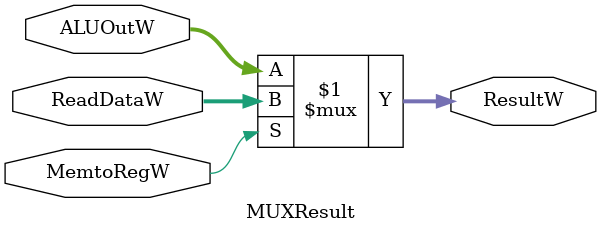
<source format=v>
`timescale 1ns / 1ps

module MUXResult #(parameter WIDTH=32)
   (
    input [WIDTH-1:0]  ALUOutW,
    input [WIDTH-1:0]  ReadDataW,
    input 	       MemtoRegW,
    output [WIDTH-1:0] ResultW
    );

   assign ResultW=(MemtoRegW)?ReadDataW:ALUOutW;
   
endmodule // MUXResult

</source>
